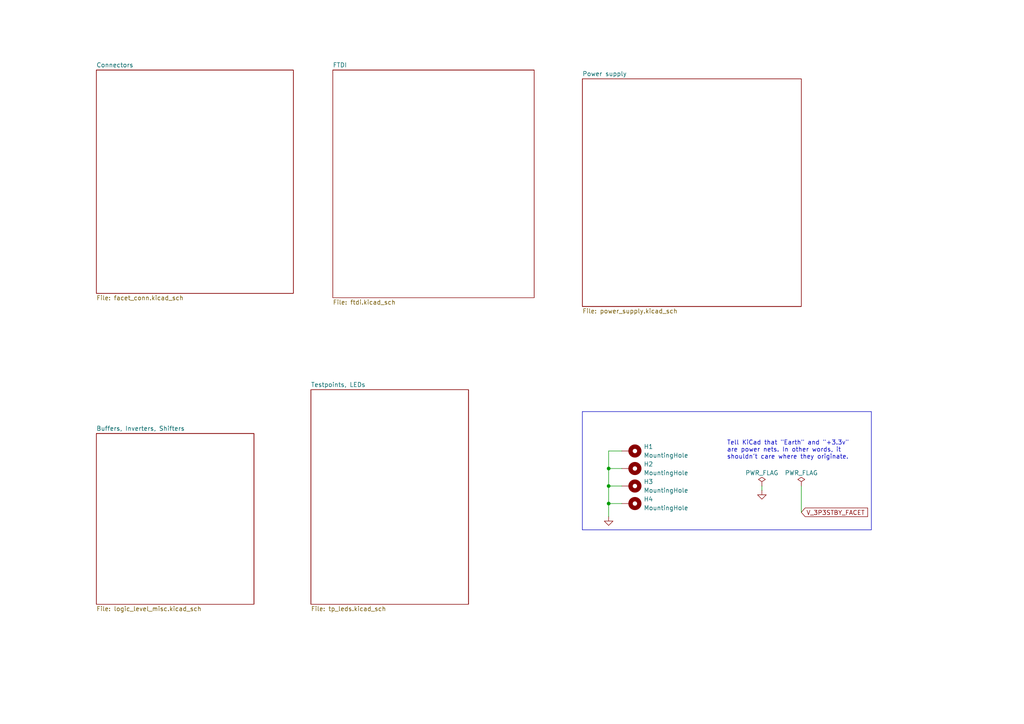
<source format=kicad_sch>
(kicad_sch (version 20250114) (generator "eeschema") (generator_version "9.0")
  (paper "A4")
  (title_block (title "FACET2 Homebrew") (date "2023-07-01") (rev "1.1"))
  (lib_symbols
    (symbol "Mechanical:MountingHole_Pad" (pin_numbers (hide yes)) (pin_names (offset 1.016) (hide yes)) (exclude_from_sim yes) (in_bom no)
      (property "Reference" "H" (at 0 6.35 0))
      (property "Value" "MountingHole_Pad" (at 0 4.445 0))
      (symbol "MountingHole_Pad_0_1"
        (circle (center 0 1.27) (radius 1.27) (stroke (width 1.27)))
      )
      (symbol "MountingHole_Pad_1_1"
        (pin input line (at 0 -2.54 90) (length 2.54) (name "1") (number "1"))
      )
    )
    (symbol "power:GND" (power) (pin_numbers (hide yes)) (pin_names (offset 0) (hide yes))
      (property "Value" "GND" (at 0 -3.81 0))
      (symbol "GND_0_1"
        (polyline (pts (xy 0 0) (xy 0 -1.27) (xy 1.27 -1.27) (xy 0 -2.54) (xy -1.27 -1.27) (xy 0 -1.27)))
      )
      (symbol "GND_1_1"
        (pin power_in line (at 0 0 270) (length 0) (name "~") (number "1"))
      )
    )
    (symbol "power:PWR_FLAG" (power) (pin_numbers (hide yes)) (pin_names (offset 0) (hide yes))
      (property "Value" "PWR_FLAG" (at 0 3.81 0))
      (symbol "PWR_FLAG_0_0"
        (pin power_out line (at 0 0 90) (length 0) (name "~") (number "1"))
      )
      (symbol "PWR_FLAG_0_1"
        (polyline (pts (xy 0 0) (xy 0 1.27) (xy -1.016 1.905) (xy 0 2.54) (xy 1.016 1.905) (xy 0 1.27)))
      )
    )
  )
  (text "Tell KiCad that \"Earth\" and \"+3.3v\"\nare power nets. In other words, it \nshouldn't care where they originate." (at 210.82 133.35 0) (effects (font (size 1.27 1.27)) (justify left bottom)))
  (junction (at 176.53 135.89))
  (junction (at 176.53 140.97))
  (junction (at 176.53 146.05))
  (polyline (pts (xy 252.73 153.67) (xy 168.91 153.67)))
  (wire (pts (xy 176.53 140.97) (xy 180.34 140.97)))
  (wire (pts (xy 176.53 146.05) (xy 180.34 146.05)))
  (polyline (pts (xy 168.91 153.67) (xy 168.91 119.38)))
  (wire (pts (xy 176.53 135.89) (xy 180.34 135.89)))
  (polyline (pts (xy 252.73 119.38) (xy 252.73 153.67)))
  (wire (pts (xy 176.53 135.89) (xy 176.53 140.97)))
  (wire (pts (xy 176.53 130.81) (xy 180.34 130.81)))
  (wire (pts (xy 176.53 130.81) (xy 176.53 135.89)))
  (wire (pts (xy 176.53 140.97) (xy 176.53 146.05)))
  (polyline (pts (xy 168.91 119.38) (xy 252.73 119.38)))
  (wire (pts (xy 176.53 146.05) (xy 176.53 149.86)))
  (wire (pts (xy 220.98 142.24) (xy 220.98 140.97)))
  (wire (pts (xy 232.41 140.97) (xy 232.41 148.59)))
  (global_label "V_3P3STBY_FACET" (shape input) (at 232.41 148.59 0) (property "Intersheetrefs" "${INTERSHEET_REFS}" (effects (hide yes))))
  (symbol (lib_id "power:PWR_FLAG") (at 220.98 140.97 0) (unit 1)
    (property "Reference" "#FLG01" (effects (hide yes)))
    (property "Value" "PWR_FLAG" (at 220.98 137.16 0))
    (property "Description" "Special symbol for telling ERC where power comes from" (effects (hide yes)))
  )
  (symbol (lib_id "Mechanical:MountingHole_Pad") (at 182.88 130.81 270) (unit 1) (exclude_from_sim yes) (in_bom no)
    (property "Reference" "H1" (at 186.69 129.5399 90) (effects (justify left)))
    (property "Value" "MountingHole" (at 186.69 132.0799 90) (effects (justify left)))
    (property "Footprint" "MountingHole:MountingHole_2.2mm_M2_Pad" (effects (hide yes)))
    (property "Description" "Mounting Hole with connection" (effects (hide yes)))
  )
  (symbol (lib_id "power:GND") (at 220.98 142.24 0) (unit 1)
    (property "Reference" "#PWR012" (effects (hide yes)))
    (property "Value" "Earth" (effects (hide yes)))
    (property "Description" "Power symbol creates a global label with name \"GND\" , ground" (effects (hide yes)))
  )
  (symbol (lib_id "power:PWR_FLAG") (at 232.41 140.97 0) (unit 1)
    (property "Reference" "#FLG03" (effects (hide yes)))
    (property "Value" "PWR_FLAG" (at 232.41 137.16 0))
    (property "Description" "Special symbol for telling ERC where power comes from" (effects (hide yes)))
  )
  (symbol (lib_id "power:GND") (at 176.53 149.86 0) (unit 1)
    (property "Reference" "#PWR065" (effects (hide yes)))
    (property "Value" "Earth" (effects (hide yes)))
    (property "Description" "Power symbol creates a global label with name \"GND\" , ground" (effects (hide yes)))
  )
  (symbol (lib_id "Mechanical:MountingHole_Pad") (at 182.88 140.97 270) (unit 1) (exclude_from_sim yes) (in_bom no)
    (property "Reference" "H3" (at 186.69 139.6999 90) (effects (justify left)))
    (property "Value" "MountingHole" (at 186.69 142.2399 90) (effects (justify left)))
    (property "Footprint" "MountingHole:MountingHole_2.2mm_M2_Pad" (effects (hide yes)))
    (property "Description" "Mounting Hole with connection" (effects (hide yes)))
  )
  (symbol (lib_id "Mechanical:MountingHole_Pad") (at 182.88 135.89 270) (unit 1) (exclude_from_sim yes) (in_bom no)
    (property "Reference" "H2" (at 186.69 134.6199 90) (effects (justify left)))
    (property "Value" "MountingHole" (at 186.69 137.1599 90) (effects (justify left)))
    (property "Footprint" "MountingHole:MountingHole_2.2mm_M2_Pad" (effects (hide yes)))
    (property "Description" "Mounting Hole with connection" (effects (hide yes)))
  )
  (symbol (lib_id "Mechanical:MountingHole_Pad") (at 182.88 146.05 270) (unit 1) (exclude_from_sim yes) (in_bom no)
    (property "Reference" "H4" (at 186.69 144.7799 90) (effects (justify left)))
    (property "Value" "MountingHole" (at 186.69 147.3199 90) (effects (justify left)))
    (property "Footprint" "MountingHole:MountingHole_2.2mm_M2_Pad" (effects (hide yes)))
    (property "Description" "Mounting Hole with connection" (effects (hide yes)))
  )
  (sheet (at 27.94 125.73) (size 45.72 49.53) (stroke (width 0.1524))
    (property "Sheetname" "Buffers, Inverters, Shifters" (at 27.94 125.0184 0) (effects (justify left bottom)))
    (property "Sheetfile" "logic_level_misc.kicad_sch" (at 27.94 175.8446 0) (effects (justify left top)))
  )
  (sheet (at 27.94 20.32) (size 57.15 64.77) (stroke (width 0.1524))
    (property "Sheetname" "Connectors" (at 27.94 19.6084 0) (effects (justify left bottom)))
    (property "Sheetfile" "facet_conn.kicad_sch" (at 27.94 85.6746 0) (effects (justify left top)))
  )
  (sheet (at 90.17 113.03) (size 45.72 62.23) (stroke (width 0.1524))
    (property "Sheetname" "Testpoints, LEDs" (at 90.17 112.3184 0) (effects (justify left bottom)))
    (property "Sheetfile" "tp_leds.kicad_sch" (at 90.17 175.8446 0) (effects (justify left top)))
  )
  (sheet (at 96.52 20.32) (size 58.42 66.04) (stroke (width 0.1524))
    (property "Sheetname" "FTDI" (at 96.52 19.6084 0) (effects (justify left bottom)))
    (property "Sheetfile" "ftdi.kicad_sch" (at 96.52 86.9446 0) (effects (justify left top)))
  )
  (sheet (at 168.91 22.86) (size 63.5 66.04) (stroke (width 0.1524))
    (property "Sheetname" "Power supply" (at 168.91 22.1484 0) (effects (justify left bottom)))
    (property "Sheetfile" "power_supply.kicad_sch" (at 168.91 89.4846 0) (effects (justify left top)))
  )
)
</source>
